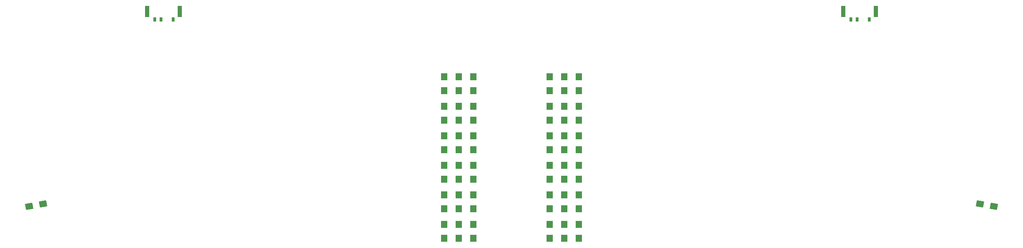
<source format=gtp>
G04 #@! TF.GenerationSoftware,KiCad,Pcbnew,(6.0.10)*
G04 #@! TF.CreationDate,2023-03-21T20:34:56-04:00*
G04 #@! TF.ProjectId,totem_0_3,746f7465-6d5f-4305-9f33-2e6b69636164,0.3*
G04 #@! TF.SameCoordinates,Original*
G04 #@! TF.FileFunction,Paste,Top*
G04 #@! TF.FilePolarity,Positive*
%FSLAX46Y46*%
G04 Gerber Fmt 4.6, Leading zero omitted, Abs format (unit mm)*
G04 Created by KiCad (PCBNEW (6.0.10)) date 2023-03-21 20:34:56*
%MOMM*%
%LPD*%
G01*
G04 APERTURE LIST*
G04 Aperture macros list*
%AMRotRect*
0 Rectangle, with rotation*
0 The origin of the aperture is its center*
0 $1 length*
0 $2 width*
0 $3 Rotation angle, in degrees counterclockwise*
0 Add horizontal line*
21,1,$1,$2,0,0,$3*%
G04 Aperture macros list end*
%ADD10R,1.500000X1.800000*%
%ADD11R,0.700000X1.000000*%
%ADD12R,1.000000X2.800000*%
%ADD13RotRect,1.800000X1.500000X170.000000*%
%ADD14RotRect,1.800000X1.500000X10.000000*%
G04 APERTURE END LIST*
D10*
X162872435Y-67194348D03*
X162872435Y-70594348D03*
X137127565Y-74393348D03*
X137127565Y-77793348D03*
X166422435Y-103194348D03*
X166422435Y-106594348D03*
X159322435Y-81597348D03*
X159322435Y-84997348D03*
X162872435Y-88796348D03*
X162872435Y-92196348D03*
X166422435Y-67194348D03*
X166422435Y-70594348D03*
X140677565Y-67194348D03*
X140677565Y-70594348D03*
D11*
X67500000Y-53200000D03*
X64500000Y-53200000D03*
X63000000Y-53200000D03*
D12*
X69100000Y-51300000D03*
X61150000Y-51300000D03*
D13*
X267674173Y-98795202D03*
X264325827Y-98204798D03*
D10*
X162872435Y-81597348D03*
X162872435Y-84997348D03*
X137127565Y-103194348D03*
X137127565Y-106594348D03*
D11*
X237300000Y-53200000D03*
X234300000Y-53200000D03*
X232800000Y-53200000D03*
D12*
X230950000Y-51300000D03*
X238900000Y-51300000D03*
D10*
X137127565Y-88796348D03*
X137127565Y-92196348D03*
X137127565Y-81597348D03*
X137127565Y-84997348D03*
X159322435Y-103194348D03*
X159322435Y-106594348D03*
X162872435Y-103194348D03*
X162872435Y-106594348D03*
X133577565Y-74393348D03*
X133577565Y-77793348D03*
X159322435Y-67194348D03*
X159322435Y-70594348D03*
X162872435Y-95995348D03*
X162872435Y-99395348D03*
X159322435Y-88796348D03*
X159322435Y-92196348D03*
X166422435Y-95995348D03*
X166422435Y-99395348D03*
X133577565Y-88796348D03*
X133577565Y-92196348D03*
D14*
X32325827Y-98795202D03*
X35674173Y-98204798D03*
D10*
X140677565Y-81592348D03*
X140677565Y-84992348D03*
X133577565Y-81597348D03*
X133577565Y-84997348D03*
X159322435Y-95995348D03*
X159322435Y-99395348D03*
X140677565Y-95995348D03*
X140677565Y-99395348D03*
X140677565Y-88796348D03*
X140677565Y-92196348D03*
X133577565Y-103194348D03*
X133577565Y-106594348D03*
X137127565Y-67194348D03*
X137127565Y-70594348D03*
X133577565Y-67194348D03*
X133577565Y-70594348D03*
X137127565Y-95995348D03*
X137127565Y-99395348D03*
X166422435Y-81597348D03*
X166422435Y-84997348D03*
X140677565Y-103194348D03*
X140677565Y-106594348D03*
X159322435Y-74393348D03*
X159322435Y-77793348D03*
X140677565Y-74393348D03*
X140677565Y-77793348D03*
X166422435Y-74393348D03*
X166422435Y-77793348D03*
X166422435Y-88796348D03*
X166422435Y-92196348D03*
X133577565Y-95995348D03*
X133577565Y-99395348D03*
X162872435Y-74393348D03*
X162872435Y-77793348D03*
M02*

</source>
